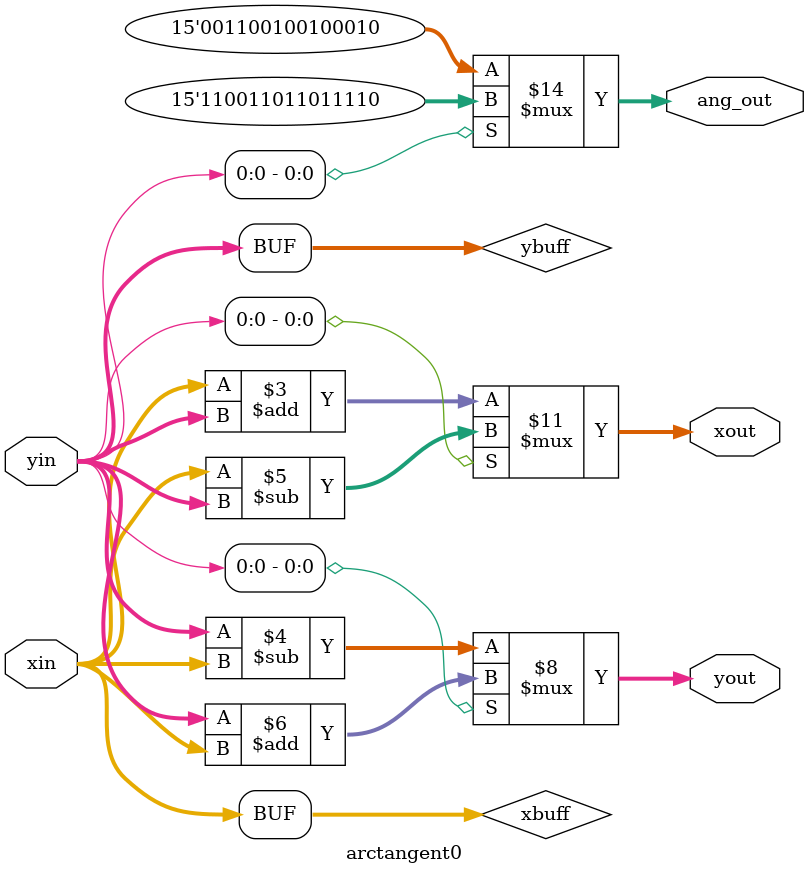
<source format=v>
`timescale 1ns / 1ps
module arctangent0( xin, yin , xout, yout, ang_out);
//input clk;
input signed [0:14] xin, yin;
output reg signed [0:14] xout, yout;
output reg signed [0:14] ang_out;

reg signed [0:14] xbuff, ybuff;

always @(xin or yin)
begin
    xbuff = xin;
    ybuff = yin;
    if(yin[0] == 1'b0)
    begin
        ang_out = 15'd6434;
        xout = xin + ybuff;
        yout = yin - xbuff;
    end
    else
    begin
        ang_out = -15'd6434;
        xout = xin - ybuff;
        yout = yin + xbuff;
    end
end

endmodule

</source>
